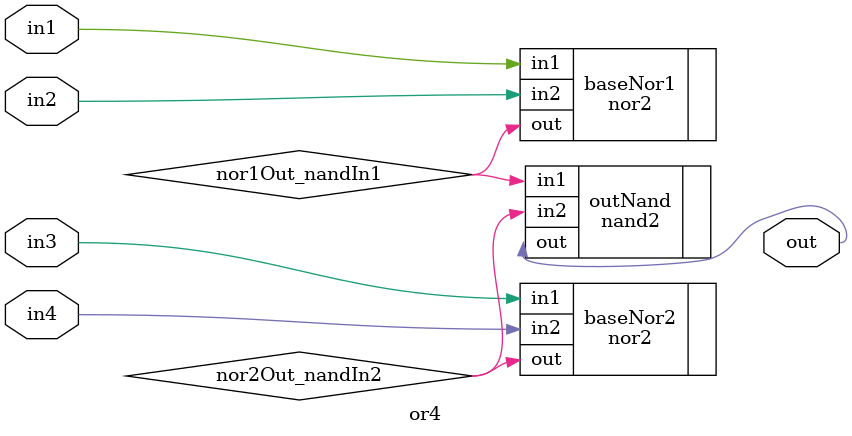
<source format=v>
/*
    CS/ECE 552 Spring '22
    Homework #1, Problem 2

    4 input OR built out of required gates
*/
module or4 (in1, in2, in3, in4, out);
    input   in1, in2, in3, in4;
    output  out;

    wire    nor1Out_nandIn1, nor2Out_nandIn2;

    // one way to create a 4-input OR out of NANDs, NORs, and NOTs is
    // to have 2 2-input NORs followed by a 2-input NAND
    nor2 baseNor1 (// OUTPUT
		   .out(nor1Out_nandIn1),
		   // INPUT
		   .in1(in1),
		   .in2(in2)
		   );

    nor2 baseNor2 (// OUTPUT
		   .out(nor2Out_nandIn2),
		   // INPUT
		   .in1(in3),
		   .in2(in4)
		   );

    // now use a 2-NAND to get a 4-input OR
    nand2 outNand (// OUTPUT
		   .out(out),
		   // INPUT
		   .in1(nor1Out_nandIn1),
		   .in2(nor2Out_nandIn2)
		   );

endmodule

</source>
